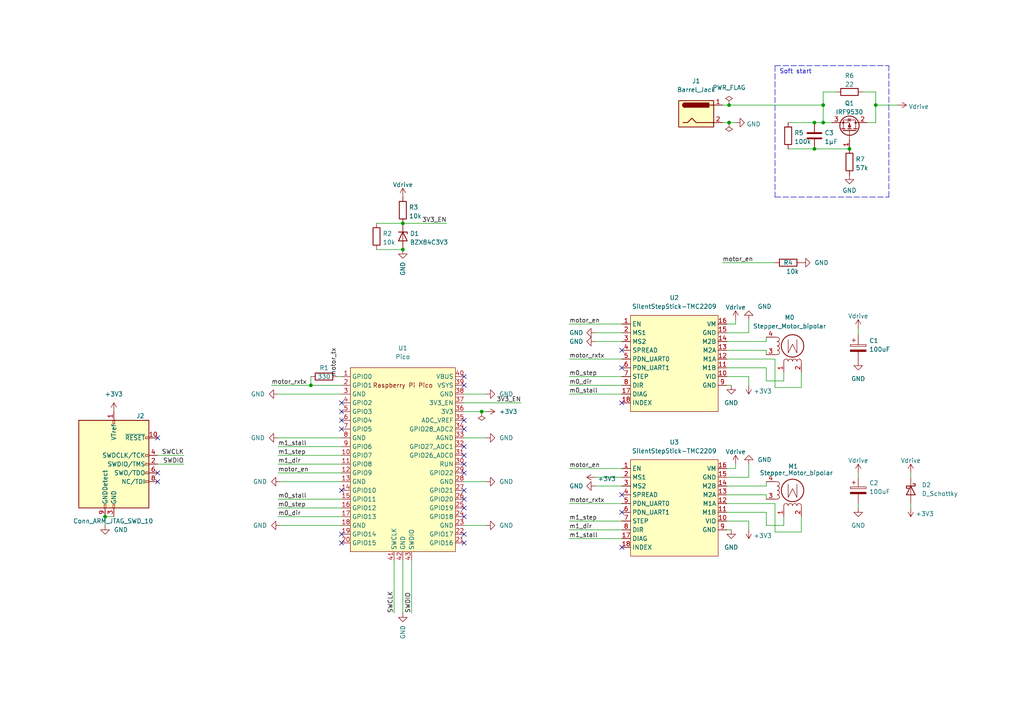
<source format=kicad_sch>
(kicad_sch (version 20211123) (generator eeschema)
  (paper "A4")
  (lib_symbols
    (symbol "Connector:Barrel_Jack" (pin_names (offset 1.016))
      (property "Reference" "J" (at 0 5.334 0))
      (property "Value" "Barrel_Jack" (at 0 -5.08 0))
      (symbol "Barrel_Jack_0_1"
        (rectangle (start -5.08 3.81) (end 5.08 -3.81) (stroke (width 0.254)) (fill (type background)))
        (arc (start -3.302 3.175) (mid -3.937 2.54) (end -3.302 1.905) (stroke (width 0.254)))
        (arc (start -3.302 3.175) (mid -3.937 2.54) (end -3.302 1.905) (stroke (width 0.254)) (fill (type outline)))
        (polyline (pts (xy 5.08 2.54) (xy 3.81 2.54)) (stroke (width 0.254)))
        (polyline (pts (xy -3.81 -2.54) (xy -2.54 -2.54) (xy -1.27 -1.27) (xy 0 -2.54) (xy 2.54 -2.54) (xy 5.08 -2.54)) (stroke (width 0.254)))
        (rectangle (start 3.683 3.175) (end -3.302 1.905) (stroke (width 0.254)) (fill (type outline)))
      )
      (symbol "Barrel_Jack_1_1"
        (pin passive line (at 7.62 2.54 180) (length 2.54) (name "~") (number "1"))
        (pin passive line (at 7.62 -2.54 180) (length 2.54) (name "~") (number "2"))
      )
    )
    (symbol "Connector:Conn_ARM_JTAG_SWD_10" (pin_names (offset 1.016))
      (property "Reference" "J" (at -2.54 16.51 0))
      (property "Value" "Conn_ARM_JTAG_SWD_10" (at -2.54 13.97 0))
      (symbol "Conn_ARM_JTAG_SWD_10_0_1"
        (rectangle (start -10.16 12.7) (end 10.16 -12.7) (stroke (width 0.254)) (fill (type background)))
        (rectangle (start -2.794 -12.7) (end -2.286 -11.684))
        (rectangle (start -0.254 -12.7) (end 0.254 -11.684))
        (rectangle (start -0.254 12.7) (end 0.254 11.684))
        (rectangle (start 9.144 2.286) (end 10.16 2.794))
        (rectangle (start 10.16 -2.794) (end 9.144 -2.286))
        (rectangle (start 10.16 -0.254) (end 9.144 0.254))
        (rectangle (start 10.16 7.874) (end 9.144 7.366))
      )
      (symbol "Conn_ARM_JTAG_SWD_10_1_1"
        (rectangle (start 9.144 -5.334) (end 10.16 -4.826))
        (pin power_in line (at 0 15.24 270) (length 2.54) (name "VTref") (number "1"))
        (pin open_collector line (at 12.7 7.62 180) (length 2.54) (name "~{RESET}") (number "10"))
        (pin bidirectional line (at 12.7 0 180) (length 2.54) (name "SWDIO/TMS") (number "2"))
        (pin power_in line (at 0 -15.24 90) (length 2.54) (name "GND") (number "3"))
        (pin output line (at 12.7 2.54 180) (length 2.54) (name "SWDCLK/TCK") (number "4"))
        (pin passive line (at 0 -15.24 90) (length 2.54) hide (name "GND") (number "5"))
        (pin input line (at 12.7 -2.54 180) (length 2.54) (name "SWO/TDO") (number "6"))
        (pin no_connect line (at -10.16 0 0) (length 2.54) hide (name "KEY") (number "7"))
        (pin output line (at 12.7 -5.08 180) (length 2.54) (name "NC/TDI") (number "8"))
        (pin passive line (at -2.54 -15.24 90) (length 2.54) (name "GNDDetect") (number "9"))
      )
    )
    (symbol "Device:C" (pin_numbers hide) (pin_names (offset 0.254))
      (property "Reference" "C" (at 0.635 2.54 0))
      (property "Value" "C" (at 0.635 -2.54 0))
      (symbol "C_0_1"
        (polyline (pts (xy -2.032 -0.762) (xy 2.032 -0.762)) (stroke (width 0.508)))
        (polyline (pts (xy -2.032 0.762) (xy 2.032 0.762)) (stroke (width 0.508)))
      )
      (symbol "C_1_1"
        (pin passive line (at 0 3.81 270) (length 2.794) (name "~") (number "1"))
        (pin passive line (at 0 -3.81 90) (length 2.794) (name "~") (number "2"))
      )
    )
    (symbol "Device:C_Polarized" (pin_numbers hide) (pin_names (offset 0.254))
      (property "Reference" "C" (at 0.635 2.54 0))
      (property "Value" "C_Polarized" (at 0.635 -2.54 0))
      (symbol "C_Polarized_0_1"
        (rectangle (start -2.286 0.508) (end 2.286 1.016))
        (polyline (pts (xy -1.778 2.286) (xy -0.762 2.286)))
        (polyline (pts (xy -1.27 2.794) (xy -1.27 1.778)))
        (rectangle (start 2.286 -0.508) (end -2.286 -1.016) (fill (type outline)))
      )
      (symbol "C_Polarized_1_1"
        (pin passive line (at 0 3.81 270) (length 2.794) (name "~") (number "1"))
        (pin passive line (at 0 -3.81 90) (length 2.794) (name "~") (number "2"))
      )
    )
    (symbol "Device:D_Schottky" (pin_numbers hide) (pin_names (offset 1.016) hide)
      (property "Reference" "D" (at 0 2.54 0))
      (property "Value" "D_Schottky" (at 0 -2.54 0))
      (symbol "D_Schottky_0_1"
        (polyline (pts (xy 1.27 0) (xy -1.27 0)))
        (polyline (pts (xy 1.27 1.27) (xy 1.27 -1.27) (xy -1.27 0) (xy 1.27 1.27)) (stroke (width 0.254)))
        (polyline (pts (xy -1.905 0.635) (xy -1.905 1.27) (xy -1.27 1.27) (xy -1.27 -1.27) (xy -0.635 -1.27) (xy -0.635 -0.635)) (stroke (width 0.254)))
      )
      (symbol "D_Schottky_1_1"
        (pin passive line (at -3.81 0 0) (length 2.54) (name "K") (number "1"))
        (pin passive line (at 3.81 0 180) (length 2.54) (name "A") (number "2"))
      )
    )
    (symbol "Device:Q_PMOS_GDS" (pin_names (offset 0) hide)
      (property "Reference" "Q" (at 5.08 1.27 0))
      (property "Value" "Q_PMOS_GDS" (at 5.08 -1.27 0))
      (symbol "Q_PMOS_GDS_0_1"
        (polyline (pts (xy 0.254 0) (xy -2.54 0)))
        (polyline (pts (xy 0.254 1.905) (xy 0.254 -1.905)) (stroke (width 0.254)))
        (polyline (pts (xy 0.762 -1.27) (xy 0.762 -2.286)) (stroke (width 0.254)))
        (polyline (pts (xy 0.762 0.508) (xy 0.762 -0.508)) (stroke (width 0.254)))
        (polyline (pts (xy 0.762 2.286) (xy 0.762 1.27)) (stroke (width 0.254)))
        (polyline (pts (xy 2.54 2.54) (xy 2.54 1.778)))
        (polyline (pts (xy 2.54 -2.54) (xy 2.54 0) (xy 0.762 0)))
        (polyline (pts (xy 0.762 1.778) (xy 3.302 1.778) (xy 3.302 -1.778) (xy 0.762 -1.778)))
        (polyline (pts (xy 2.286 0) (xy 1.27 0.381) (xy 1.27 -0.381) (xy 2.286 0)) (fill (type outline)))
        (polyline (pts (xy 2.794 -0.508) (xy 2.921 -0.381) (xy 3.683 -0.381) (xy 3.81 -0.254)))
        (polyline (pts (xy 3.302 -0.381) (xy 2.921 0.254) (xy 3.683 0.254) (xy 3.302 -0.381)))
        (circle (center 1.651 0) (radius 2.794) (stroke (width 0.254)))
        (circle (center 2.54 -1.778) (radius 0.254) (fill (type outline)))
        (circle (center 2.54 1.778) (radius 0.254) (fill (type outline)))
      )
      (symbol "Q_PMOS_GDS_1_1"
        (pin input line (at -5.08 0 0) (length 2.54) (name "G") (number "1"))
        (pin passive line (at 2.54 5.08 270) (length 2.54) (name "D") (number "2"))
        (pin passive line (at 2.54 -5.08 90) (length 2.54) (name "S") (number "3"))
      )
    )
    (symbol "Device:R" (pin_numbers hide) (pin_names (offset 0))
      (property "Reference" "R" (at 2.032 0 90))
      (property "Value" "R" (at 0 0 90))
      (symbol "R_0_1"
        (rectangle (start -1.016 -2.54) (end 1.016 2.54) (stroke (width 0.254)))
      )
      (symbol "R_1_1"
        (pin passive line (at 0 3.81 270) (length 1.27) (name "~") (number "1"))
        (pin passive line (at 0 -3.81 90) (length 1.27) (name "~") (number "2"))
      )
    )
    (symbol "Diode:BZX84Cxx" (pin_numbers hide) (pin_names hide)
      (property "Reference" "D" (at 0 3.81 0))
      (property "Value" "BZX84Cxx" (at 0 -3.81 0))
      (symbol "BZX84Cxx_0_1"
        (polyline (pts (xy 1.27 0) (xy -1.27 0)))
        (polyline (pts (xy -1.27 -1.27) (xy -1.27 1.27) (xy -0.762 1.27)) (stroke (width 0.254)))
        (polyline (pts (xy 1.27 -1.27) (xy 1.27 1.27) (xy -1.27 0) (xy 1.27 -1.27)) (stroke (width 0.254)))
      )
      (symbol "BZX84Cxx_1_1"
        (pin passive line (at 3.81 0 180) (length 2.54) (name "A") (number "1"))
        (pin no_connect line (at 1.27 0 180) (length 2.54) hide (name "NC") (number "2"))
        (pin passive line (at -3.81 0 0) (length 2.54) (name "K") (number "3"))
      )
    )
    (symbol "MCU_RaspberryPi_and_Boards:Pico"
      (property "Reference" "U" (at -13.97 27.94 0))
      (property "Value" "Pico" (at 0 19.05 0))
      (symbol "Pico_0_0"
        (text "Raspberry Pi Pico" (at 0 21.59 0) (effects (font (size 1.27 1.27))))
      )
      (symbol "Pico_0_1"
        (rectangle (start -15.24 26.67) (end 15.24 -26.67) (fill (type background)))
      )
      (symbol "Pico_1_1"
        (pin bidirectional line (at -17.78 24.13 0) (length 2.54) (name "GPIO0") (number "1"))
        (pin bidirectional line (at -17.78 1.27 0) (length 2.54) (name "GPIO7") (number "10"))
        (pin bidirectional line (at -17.78 -1.27 0) (length 2.54) (name "GPIO8") (number "11"))
        (pin bidirectional line (at -17.78 -3.81 0) (length 2.54) (name "GPIO9") (number "12"))
        (pin power_in line (at -17.78 -6.35 0) (length 2.54) (name "GND") (number "13"))
        (pin bidirectional line (at -17.78 -8.89 0) (length 2.54) (name "GPIO10") (number "14"))
        (pin bidirectional line (at -17.78 -11.43 0) (length 2.54) (name "GPIO11") (number "15"))
        (pin bidirectional line (at -17.78 -13.97 0) (length 2.54) (name "GPIO12") (number "16"))
        (pin bidirectional line (at -17.78 -16.51 0) (length 2.54) (name "GPIO13") (number "17"))
        (pin power_in line (at -17.78 -19.05 0) (length 2.54) (name "GND") (number "18"))
        (pin bidirectional line (at -17.78 -21.59 0) (length 2.54) (name "GPIO14") (number "19"))
        (pin bidirectional line (at -17.78 21.59 0) (length 2.54) (name "GPIO1") (number "2"))
        (pin bidirectional line (at -17.78 -24.13 0) (length 2.54) (name "GPIO15") (number "20"))
        (pin bidirectional line (at 17.78 -24.13 180) (length 2.54) (name "GPIO16") (number "21"))
        (pin bidirectional line (at 17.78 -21.59 180) (length 2.54) (name "GPIO17") (number "22"))
        (pin power_in line (at 17.78 -19.05 180) (length 2.54) (name "GND") (number "23"))
        (pin bidirectional line (at 17.78 -16.51 180) (length 2.54) (name "GPIO18") (number "24"))
        (pin bidirectional line (at 17.78 -13.97 180) (length 2.54) (name "GPIO19") (number "25"))
        (pin bidirectional line (at 17.78 -11.43 180) (length 2.54) (name "GPIO20") (number "26"))
        (pin bidirectional line (at 17.78 -8.89 180) (length 2.54) (name "GPIO21") (number "27"))
        (pin power_in line (at 17.78 -6.35 180) (length 2.54) (name "GND") (number "28"))
        (pin bidirectional line (at 17.78 -3.81 180) (length 2.54) (name "GPIO22") (number "29"))
        (pin power_in line (at -17.78 19.05 0) (length 2.54) (name "GND") (number "3"))
        (pin input line (at 17.78 -1.27 180) (length 2.54) (name "RUN") (number "30"))
        (pin bidirectional line (at 17.78 1.27 180) (length 2.54) (name "GPIO26_ADC0") (number "31"))
        (pin bidirectional line (at 17.78 3.81 180) (length 2.54) (name "GPIO27_ADC1") (number "32"))
        (pin power_in line (at 17.78 6.35 180) (length 2.54) (name "AGND") (number "33"))
        (pin bidirectional line (at 17.78 8.89 180) (length 2.54) (name "GPIO28_ADC2") (number "34"))
        (pin power_in line (at 17.78 11.43 180) (length 2.54) (name "ADC_VREF") (number "35"))
        (pin power_in line (at 17.78 13.97 180) (length 2.54) (name "3V3") (number "36"))
        (pin input line (at 17.78 16.51 180) (length 2.54) (name "3V3_EN") (number "37"))
        (pin power_in line (at 17.78 19.05 180) (length 2.54) (name "GND") (number "38"))
        (pin power_in line (at 17.78 21.59 180) (length 2.54) (name "VSYS") (number "39"))
        (pin bidirectional line (at -17.78 16.51 0) (length 2.54) (name "GPIO2") (number "4"))
        (pin power_in line (at 17.78 24.13 180) (length 2.54) (name "VBUS") (number "40"))
        (pin input line (at -2.54 -29.21 90) (length 2.54) (name "SWCLK") (number "41"))
        (pin power_in line (at 0 -29.21 90) (length 2.54) (name "GND") (number "42"))
        (pin bidirectional line (at 2.54 -29.21 90) (length 2.54) (name "SWDIO") (number "43"))
        (pin bidirectional line (at -17.78 13.97 0) (length 2.54) (name "GPIO3") (number "5"))
        (pin bidirectional line (at -17.78 11.43 0) (length 2.54) (name "GPIO4") (number "6"))
        (pin bidirectional line (at -17.78 8.89 0) (length 2.54) (name "GPIO5") (number "7"))
        (pin power_in line (at -17.78 6.35 0) (length 2.54) (name "GND") (number "8"))
        (pin bidirectional line (at -17.78 3.81 0) (length 2.54) (name "GPIO6") (number "9"))
      )
    )
    (symbol "Motor:Stepper_Motor_bipolar" (pin_names (offset 0) hide)
      (property "Reference" "M" (at 3.81 2.54 0))
      (property "Value" "Stepper_Motor_bipolar" (at 3.81 1.27 0))
      (symbol "Stepper_Motor_bipolar_0_0"
        (polyline (pts (xy -1.27 -1.778) (xy -1.27 2.032) (xy 0 -0.508) (xy 1.27 2.032) (xy 1.27 -1.778)))
      )
      (symbol "Stepper_Motor_bipolar_0_1"
        (arc (start -4.445 -2.54) (mid -3.81 -1.905) (end -4.445 -1.27))
        (arc (start -4.445 -1.27) (mid -3.81 -0.635) (end -4.445 0))
        (arc (start -4.445 0) (mid -3.81 0.635) (end -4.445 1.27))
        (arc (start -4.445 1.27) (mid -3.81 1.905) (end -4.445 2.54))
        (arc (start -2.54 4.445) (mid -1.905 3.81) (end -1.27 4.445))
        (arc (start -1.27 4.445) (mid -0.635 3.81) (end 0 4.445))
        (polyline (pts (xy -5.08 -2.54) (xy -4.445 -2.54)))
        (polyline (pts (xy -5.08 2.54) (xy -4.445 2.54)))
        (polyline (pts (xy -2.54 5.08) (xy -2.54 4.445)))
        (polyline (pts (xy 2.54 5.08) (xy 2.54 4.445)))
        (circle (center 0 0) (radius 3.2512) (stroke (width 0.254)))
        (arc (start 0 4.445) (mid 0.635 3.81) (end 1.27 4.445))
        (arc (start 1.27 4.445) (mid 1.905 3.81) (end 2.54 4.445))
      )
      (symbol "Stepper_Motor_bipolar_1_1"
        (pin passive line (at -2.54 7.62 270) (length 2.54) (name "~") (number "1"))
        (pin passive line (at 2.54 7.62 270) (length 2.54) (name "-") (number "2"))
        (pin passive line (at -7.62 2.54 0) (length 2.54) (name "~") (number "3"))
        (pin passive line (at -7.62 -2.54 0) (length 2.54) (name "~") (number "4"))
      )
    )
    (symbol "film-scanner-lib:SilentStepStick-TMC2209"
      (property "Reference" "U" (at 0 -6.35 0))
      (property "Value" "SilentStepStick-TMC2209" (at 0 -8.89 0))
      (symbol "SilentStepStick-TMC2209_0_1"
        (rectangle (start -12.7 25.4) (end 12.7 -2.54) (fill (type background)))
      )
      (symbol "SilentStepStick-TMC2209_1_1"
        (pin input line (at -15.24 22.86 0) (length 2.54) (name "EN") (number "1"))
        (pin power_in line (at 15.24 7.62 180) (length 2.54) (name "VIO") (number "10"))
        (pin output line (at 15.24 10.16 180) (length 2.54) (name "M1B") (number "11"))
        (pin output line (at 15.24 12.7 180) (length 2.54) (name "M1A") (number "12"))
        (pin output line (at 15.24 15.24 180) (length 2.54) (name "M2A") (number "13"))
        (pin output line (at 15.24 17.78 180) (length 2.54) (name "M2B") (number "14"))
        (pin power_in line (at 15.24 20.32 180) (length 2.54) (name "GND") (number "15"))
        (pin power_in line (at 15.24 22.86 180) (length 2.54) (name "VM") (number "16"))
        (pin output line (at -15.24 2.54 0) (length 2.54) (name "DIAG") (number "17"))
        (pin output line (at -15.24 0 0) (length 2.54) (name "INDEX") (number "18"))
        (pin input line (at -15.24 20.32 0) (length 2.54) (name "MS1") (number "2"))
        (pin input line (at -15.24 17.78 0) (length 2.54) (name "MS2") (number "3"))
        (pin input line (at -15.24 15.24 0) (length 2.54) (name "SPREAD") (number "4"))
        (pin bidirectional line (at -15.24 12.7 0) (length 2.54) (name "PDN_UART0") (number "5"))
        (pin input line (at -15.24 10.16 0) (length 2.54) (name "PDN_UART1") (number "6"))
        (pin input line (at -15.24 7.62 0) (length 2.54) (name "STEP") (number "7"))
        (pin input line (at -15.24 5.08 0) (length 2.54) (name "DIR") (number "8"))
        (pin power_in line (at 15.24 5.08 180) (length 2.54) (name "GND") (number "9"))
      )
    )
    (symbol "power:+3V3" (power) (pin_names (offset 0))
      (property "Value" "+3V3" (at 0 3.556 0))
      (symbol "+3V3_0_1"
        (polyline (pts (xy -0.762 1.27) (xy 0 2.54)))
        (polyline (pts (xy 0 0) (xy 0 2.54)))
        (polyline (pts (xy 0 2.54) (xy 0.762 1.27)))
      )
      (symbol "+3V3_1_1"
        (pin power_in line (at 0 0 90) (length 0) hide (name "+3V3") (number "1"))
      )
    )
    (symbol "power:GND" (power) (pin_names (offset 0))
      (property "Value" "GND" (at 0 -3.81 0))
      (symbol "GND_0_1"
        (polyline (pts (xy 0 0) (xy 0 -1.27) (xy 1.27 -1.27) (xy 0 -2.54) (xy -1.27 -1.27) (xy 0 -1.27)))
      )
      (symbol "GND_1_1"
        (pin power_in line (at 0 0 270) (length 0) hide (name "GND") (number "1"))
      )
    )
    (symbol "power:PWR_FLAG" (power) (pin_numbers hide) (pin_names (offset 0) hide)
      (property "Value" "PWR_FLAG" (at 0 3.81 0))
      (symbol "PWR_FLAG_0_0"
        (pin power_out line (at 0 0 90) (length 0) (name "pwr") (number "1"))
      )
      (symbol "PWR_FLAG_0_1"
        (polyline (pts (xy 0 0) (xy 0 1.27) (xy -1.016 1.905) (xy 0 2.54) (xy 1.016 1.905) (xy 0 1.27)))
      )
    )
    (symbol "power:Vdrive" (power) (pin_names (offset 0))
      (property "Value" "Vdrive" (at 0 3.81 0))
      (symbol "Vdrive_0_1"
        (polyline (pts (xy -0.762 1.27) (xy 0 2.54)))
        (polyline (pts (xy 0 0) (xy 0 2.54)))
        (polyline (pts (xy 0 2.54) (xy 0.762 1.27)))
      )
      (symbol "Vdrive_1_1"
        (pin power_in line (at 0 0 90) (length 0) hide (name "Vdrive") (number "1"))
      )
    )
  )
  (junction (at 236.22 35.56))
  (junction (at 139.7 119.38))
  (junction (at 30.48 149.86))
  (junction (at 116.84 64.77))
  (junction (at 238.76 30.48))
  (junction (at 236.22 43.18))
  (junction (at 116.84 72.39))
  (junction (at 254 30.48))
  (junction (at 211.455 30.48))
  (junction (at 246.38 43.18))
  (junction (at 90.17 111.76))
  (junction (at 211.455 35.56))
  (junction (at 238.76 35.56))
  (no_connect (at 134.62 144.78))
  (no_connect (at 134.62 147.32))
  (no_connect (at 134.62 149.86))
  (no_connect (at 134.62 137.16))
  (no_connect (at 134.62 142.24))
  (no_connect (at 134.62 121.92))
  (no_connect (at 99.06 157.48))
  (no_connect (at 134.62 154.94))
  (no_connect (at 134.62 109.22))
  (no_connect (at 134.62 111.76))
  (no_connect (at 134.62 157.48))
  (no_connect (at 99.06 154.94))
  (no_connect (at 99.06 124.46))
  (no_connect (at 99.06 116.84))
  (no_connect (at 99.06 119.38))
  (no_connect (at 99.06 121.92))
  (no_connect (at 134.62 129.54))
  (no_connect (at 134.62 132.08))
  (no_connect (at 134.62 134.62))
  (no_connect (at 134.62 124.46))
  (no_connect (at 99.06 142.24))
  (no_connect (at 180.34 143.51))
  (no_connect (at 180.34 148.59))
  (no_connect (at 180.34 158.75))
  (no_connect (at 180.34 106.68))
  (no_connect (at 180.34 101.6))
  (no_connect (at 180.34 116.84))
  (no_connect (at 45.72 127))
  (no_connect (at 45.72 139.7))
  (no_connect (at 45.72 137.16))
  (wire (pts (xy 80.645 149.86) (xy 99.06 149.86)))
  (wire (pts (xy 80.645 137.16) (xy 99.06 137.16)))
  (wire (pts (xy 210.82 104.14) (xy 224.79 104.14)))
  (wire (pts (xy 227.33 110.49) (xy 227.33 107.95)))
  (wire (pts (xy 90.17 109.22) (xy 90.17 111.76)))
  (wire (pts (xy 222.25 102.87) (xy 222.25 101.6)))
  (wire (pts (xy 165.1 114.3) (xy 180.34 114.3)))
  (wire (pts (xy 232.41 154.305) (xy 232.41 149.86)))
  (wire (pts (xy 236.22 35.56) (xy 238.76 35.56)))
  (wire (pts (xy 238.76 26.67) (xy 242.57 26.67)))
  (wire (pts (xy 222.25 110.49) (xy 227.33 110.49)))
  (wire (pts (xy 97.79 109.22) (xy 99.06 109.22)))
  (wire (pts (xy 99.06 114.3) (xy 80.645 114.3)))
  (wire (pts (xy 134.62 152.4) (xy 140.97 152.4)))
  (wire (pts (xy 227.33 152.4) (xy 227.33 149.86)))
  (wire (pts (xy 224.79 146.05) (xy 224.79 154.305)))
  (polyline (pts (xy 257.81 57.15) (xy 257.81 19.05)))
  (wire (pts (xy 109.22 72.39) (xy 116.84 72.39)))
  (wire (pts (xy 238.76 35.56) (xy 238.76 30.48)))
  (wire (pts (xy 241.3 35.56) (xy 238.76 35.56)))
  (wire (pts (xy 134.62 127) (xy 140.97 127)))
  (wire (pts (xy 99.06 127) (xy 80.645 127)))
  (wire (pts (xy 80.645 129.54) (xy 99.06 129.54)))
  (wire (pts (xy 248.92 95.25) (xy 248.92 97.155)))
  (wire (pts (xy 114.3 162.56) (xy 114.3 177.8)))
  (wire (pts (xy 165.1 156.21) (xy 180.34 156.21)))
  (wire (pts (xy 172.72 96.52) (xy 180.34 96.52)))
  (wire (pts (xy 211.455 30.48) (xy 238.76 30.48)))
  (wire (pts (xy 210.82 153.67) (xy 212.09 153.67)))
  (wire (pts (xy 116.84 64.77) (xy 129.54 64.77)))
  (wire (pts (xy 78.74 111.76) (xy 90.17 111.76)))
  (wire (pts (xy 80.645 134.62) (xy 99.06 134.62)))
  (wire (pts (xy 165.1 111.76) (xy 180.34 111.76)))
  (wire (pts (xy 222.25 144.78) (xy 222.25 143.51)))
  (wire (pts (xy 172.72 140.97) (xy 180.34 140.97)))
  (wire (pts (xy 210.82 111.76) (xy 212.09 111.76)))
  (wire (pts (xy 248.92 137.16) (xy 248.92 138.43)))
  (wire (pts (xy 232.41 112.395) (xy 232.41 107.95)))
  (wire (pts (xy 222.25 152.4) (xy 227.33 152.4)))
  (wire (pts (xy 217.17 109.22) (xy 217.17 111.76)))
  (wire (pts (xy 213.36 92.71) (xy 213.36 93.98)))
  (wire (pts (xy 248.92 146.05) (xy 248.92 147.32)))
  (wire (pts (xy 254 35.56) (xy 254 30.48)))
  (wire (pts (xy 30.48 149.86) (xy 33.02 149.86)))
  (wire (pts (xy 213.36 135.89) (xy 210.82 135.89)))
  (wire (pts (xy 264.16 146.05) (xy 264.16 147.32)))
  (wire (pts (xy 99.06 139.7) (xy 81.28 139.7)))
  (wire (pts (xy 251.46 35.56) (xy 254 35.56)))
  (wire (pts (xy 172.72 138.43) (xy 180.34 138.43)))
  (wire (pts (xy 165.1 109.22) (xy 180.34 109.22)))
  (wire (pts (xy 228.6 43.18) (xy 236.22 43.18)))
  (wire (pts (xy 140.97 119.38) (xy 139.7 119.38)))
  (wire (pts (xy 222.25 101.6) (xy 210.82 101.6)))
  (wire (pts (xy 254 26.67) (xy 250.19 26.67)))
  (wire (pts (xy 209.55 30.48) (xy 211.455 30.48)))
  (wire (pts (xy 238.76 30.48) (xy 238.76 26.67)))
  (wire (pts (xy 165.1 135.89) (xy 180.34 135.89)))
  (wire (pts (xy 254 30.48) (xy 260.35 30.48)))
  (wire (pts (xy 217.17 138.43) (xy 210.82 138.43)))
  (wire (pts (xy 228.6 35.56) (xy 236.22 35.56)))
  (wire (pts (xy 119.38 162.56) (xy 119.38 177.8)))
  (wire (pts (xy 165.1 146.05) (xy 180.34 146.05)))
  (wire (pts (xy 222.25 143.51) (xy 210.82 143.51)))
  (wire (pts (xy 116.84 177.8) (xy 116.84 162.56)))
  (wire (pts (xy 90.17 111.76) (xy 99.06 111.76)))
  (wire (pts (xy 217.17 151.13) (xy 217.17 153.67)))
  (wire (pts (xy 165.1 151.13) (xy 180.34 151.13)))
  (wire (pts (xy 134.62 116.84) (xy 151.13 116.84)))
  (wire (pts (xy 210.82 148.59) (xy 222.25 148.59)))
  (wire (pts (xy 210.82 109.22) (xy 217.17 109.22)))
  (wire (pts (xy 222.25 106.68) (xy 222.25 110.49)))
  (polyline (pts (xy 224.79 19.05) (xy 257.81 19.05)))
  (wire (pts (xy 254 30.48) (xy 254 26.67)))
  (wire (pts (xy 210.82 106.68) (xy 222.25 106.68)))
  (wire (pts (xy 209.55 76.2) (xy 224.79 76.2)))
  (wire (pts (xy 264.16 137.16) (xy 264.16 138.43)))
  (wire (pts (xy 217.17 134.62) (xy 217.17 138.43)))
  (wire (pts (xy 213.36 93.98) (xy 210.82 93.98)))
  (polyline (pts (xy 224.79 19.05) (xy 224.79 57.15)))
  (wire (pts (xy 165.1 93.98) (xy 180.34 93.98)))
  (wire (pts (xy 210.82 140.97) (xy 222.25 140.97)))
  (wire (pts (xy 236.22 43.18) (xy 246.38 43.18)))
  (wire (pts (xy 211.455 35.56) (xy 213.36 35.56)))
  (wire (pts (xy 217.17 96.52) (xy 210.82 96.52)))
  (wire (pts (xy 217.17 92.71) (xy 217.17 96.52)))
  (wire (pts (xy 222.25 99.06) (xy 222.25 97.79)))
  (wire (pts (xy 210.82 146.05) (xy 224.79 146.05)))
  (wire (pts (xy 80.645 132.08) (xy 99.06 132.08)))
  (wire (pts (xy 172.72 99.06) (xy 180.34 99.06)))
  (wire (pts (xy 224.79 154.305) (xy 232.41 154.305)))
  (wire (pts (xy 139.7 119.38) (xy 134.62 119.38)))
  (wire (pts (xy 99.06 152.4) (xy 81.28 152.4)))
  (wire (pts (xy 165.1 104.14) (xy 180.34 104.14)))
  (wire (pts (xy 210.82 99.06) (xy 222.25 99.06)))
  (wire (pts (xy 134.62 139.7) (xy 140.97 139.7)))
  (wire (pts (xy 134.62 114.3) (xy 140.97 114.3)))
  (wire (pts (xy 165.1 153.67) (xy 180.34 153.67)))
  (wire (pts (xy 109.22 64.77) (xy 116.84 64.77)))
  (wire (pts (xy 213.36 134.62) (xy 213.36 135.89)))
  (wire (pts (xy 222.25 148.59) (xy 222.25 152.4)))
  (wire (pts (xy 45.72 132.08) (xy 53.34 132.08)))
  (wire (pts (xy 45.72 134.62) (xy 53.34 134.62)))
  (wire (pts (xy 80.645 144.78) (xy 99.06 144.78)))
  (wire (pts (xy 224.79 104.14) (xy 224.79 112.395)))
  (wire (pts (xy 224.79 112.395) (xy 232.41 112.395)))
  (wire (pts (xy 209.55 35.56) (xy 211.455 35.56)))
  (wire (pts (xy 222.25 140.97) (xy 222.25 139.7)))
  (wire (pts (xy 210.82 151.13) (xy 217.17 151.13)))
  (wire (pts (xy 80.645 147.32) (xy 99.06 147.32)))
  (polyline (pts (xy 224.79 57.15) (xy 257.81 57.15)))
  (wire (pts (xy 30.48 152.4) (xy 30.48 149.86)))
  (text "Soft start" (at 226.06 21.59 0) (effects (font (size 1.27 1.27)) (justify left bottom)))
  (label "SWCLK" (at 114.3 177.8 90))
  (label "m0_step" (at 80.645 147.32 0))
  (label "m1_step" (at 165.1 151.13 0))
  (label "m1_stall" (at 165.1 156.21 0))
  (label "m0_dir" (at 80.645 149.86 0))
  (label "motor_en" (at 165.1 93.98 0))
  (label "m1_stall" (at 80.645 129.54 0))
  (label "m1_step" (at 80.645 132.08 0))
  (label "3V3_EN" (at 129.54 64.77 180))
  (label "m0_stall" (at 80.645 144.78 0))
  (label "motor_en" (at 80.645 137.16 0))
  (label "SWDIO" (at 53.34 134.62 180))
  (label "m1_dir" (at 80.645 134.62 0))
  (label "m0_step" (at 165.1 109.22 0))
  (label "motor_rxtx" (at 165.1 104.14 0))
  (label "m0_dir" (at 165.1 111.76 0))
  (label "motor_en" (at 165.1 135.89 0))
  (label "motor_rxtx" (at 78.74 111.76 0))
  (label "motor_rxtx" (at 165.1 146.05 0))
  (label "SWCLK" (at 53.34 132.08 180))
  (label "3V3_EN" (at 151.13 116.84 180))
  (label "m0_stall" (at 165.1 114.3 0))
  (label "m1_dir" (at 165.1 153.67 0))
  (label "SWDIO" (at 119.38 177.8 90))
  (label "motor_en" (at 209.55 76.2 0))
  (label "motor_tx" (at 97.79 109.22 90))
  (symbol (lib_id "Device:R") (at 228.6 39.37 0) (unit 1)
    (property "Reference" "R5" (at 230.378 38.5353 0) (effects (justify left)))
    (property "Value" "100k" (at 230.378 41.0722 0) (effects (justify left)))
    (property "Footprint" "Resistor_SMD:R_0805_2012Metric_Pad1.20x1.40mm_HandSolder" (effects hide))
  )
  (symbol (lib_id "power:GND") (at 81.28 139.7 270) (unit 1)
    (property "Reference" "#PWR0124" (effects hide))
    (property "Value" "GND" (at 77.47 139.7001 90) (effects (justify right)))
  )
  (symbol (lib_id "power:+3V3") (at 264.16 147.32 180) (unit 1)
    (property "Reference" "#PWR012" (effects hide))
    (property "Value" "+3V3" (at 265.557 149.0238 0) (effects (justify right)))
  )
  (symbol (lib_id "film-scanner-lib:SilentStepStick-TMC2209") (at 195.58 158.75 0) (unit 1)
    (property "Reference" "U3" (at 195.58 128.27 0))
    (property "Value" "SilentStepStick-TMC2209" (at 195.58 130.81 0))
    (property "Footprint" "film-scanner-fp:SilentStepStick_Breakout-18_15.2x20.3mm" (effects hide))
  )
  (symbol (lib_id "power:+3V3") (at 33.02 119.38 0) (unit 1)
    (property "Reference" "#PWR0138" (effects hide))
    (property "Value" "+3V3" (at 33.02 114.3 0))
  )
  (symbol (lib_id "power:GND") (at 217.17 92.71 180) (unit 1)
    (property "Reference" "#PWR0119" (effects hide))
    (property "Value" "GND" (at 219.71 88.9 0) (effects (justify right)))
  )
  (symbol (lib_id "power:GND") (at 116.84 72.39 0) (unit 1)
    (property "Reference" "#PWR02" (effects hide))
    (property "Value" "GND" (at 116.84 80.01 90) (effects (justify left)))
  )
  (symbol (lib_id "Motor:Stepper_Motor_bipolar") (at 229.87 142.24 0) (mirror x) (unit 1)
    (property "Reference" "M1" (at 228.6 135.255 0) (effects (justify left)))
    (property "Value" "Stepper_Motor_bipolar" (at 220.345 137.16 0) (effects (justify left)))
    (property "Footprint" "TerminalBlock_Phoenix:TerminalBlock_Phoenix_PT-1,5-4-3.5-H_1x04_P3.50mm_Horizontal" (effects hide))
    (property "Datasheet" "http://www.infineon.com/dgdl/Application-Note-TLE8110EE_driving_UniPolarStepperMotor_V1.1.pdf?fileId=db3a30431be39b97011be5d0aa0a00b0" (effects hide))
  )
  (symbol (lib_id "power:Vdrive") (at 213.36 134.62 0) (unit 1)
    (property "Reference" "#PWR04" (effects hide))
    (property "Value" "Vdrive" (at 213.36 131.0442 0))
  )
  (symbol (lib_id "power:GND") (at 212.09 111.76 0) (unit 1)
    (property "Reference" "#PWR0110" (effects hide))
    (property "Value" "GND" (at 212.09 116.84 0))
  )
  (symbol (lib_id "power:PWR_FLAG") (at 211.455 30.48 0) (unit 1)
    (property "Reference" "#FLG0101" (effects hide))
    (property "Value" "PWR_FLAG" (at 211.455 25.4 0))
  )
  (symbol (lib_id "power:GND") (at 213.36 35.56 90) (unit 1)
    (property "Reference" "#PWR0122" (effects hide))
    (property "Value" "GND" (at 216.535 35.9938 90) (effects (justify right)))
  )
  (symbol (lib_id "MCU_RaspberryPi_and_Boards:Pico") (at 116.84 133.35 0) (unit 1)
    (property "Reference" "U1" (at 116.84 100.965 0))
    (property "Value" "Pico" (at 116.84 103.505 0))
    (property "Footprint" "MCU_RaspberryPi_and_Boards:RPi_Pico_SMD_TH" (effects hide))
  )
  (symbol (lib_id "power:GND") (at 80.645 127 270) (unit 1)
    (property "Reference" "#PWR0125" (effects hide))
    (property "Value" "GND" (at 76.835 127.0001 90) (effects (justify right)))
  )
  (symbol (lib_id "power:GND") (at 172.72 96.52 270) (unit 1)
    (property "Reference" "#PWR0111" (effects hide))
    (property "Value" "GND" (at 165.1 96.52 90) (effects (justify left)))
  )
  (symbol (lib_id "power:GND") (at 30.48 152.4 0) (unit 1)
    (property "Reference" "#PWR0137" (effects hide))
    (property "Value" "GND" (at 33.02 153.6699 0) (effects (justify left)))
  )
  (symbol (lib_id "power:+3V3") (at 172.72 138.43 90) (unit 1)
    (property "Reference" "#PWR0102" (effects hide))
    (property "Value" "+3V3" (at 173.355 138.8638 90) (effects (justify right)))
  )
  (symbol (lib_id "film-scanner-lib:SilentStepStick-TMC2209") (at 195.58 116.84 0) (unit 1)
    (property "Reference" "U2" (at 195.58 86.36 0))
    (property "Value" "SilentStepStick-TMC2209" (at 195.58 88.9 0))
    (property "Footprint" "film-scanner-fp:SilentStepStick_Breakout-18_15.2x20.3mm" (effects hide))
  )
  (symbol (lib_id "power:GND") (at 80.645 114.3 270) (unit 1)
    (property "Reference" "#PWR0126" (effects hide))
    (property "Value" "GND" (at 76.835 114.3001 90) (effects (justify right)))
  )
  (symbol (lib_id "power:+3V3") (at 217.17 111.76 180) (unit 1)
    (property "Reference" "#PWR06" (effects hide))
    (property "Value" "+3V3" (at 218.567 113.4638 0) (effects (justify right)))
  )
  (symbol (lib_id "power:Vdrive") (at 248.92 137.16 0) (unit 1)
    (property "Reference" "#PWR09" (effects hide))
    (property "Value" "Vdrive" (at 248.92 133.5842 0))
  )
  (symbol (lib_id "power:GND") (at 140.97 114.3 90) (unit 1)
    (property "Reference" "#PWR0130" (effects hide))
    (property "Value" "GND" (at 144.78 114.2999 90) (effects (justify right)))
  )
  (symbol (lib_id "power:Vdrive") (at 213.36 92.71 0) (unit 1)
    (property "Reference" "#PWR03" (effects hide))
    (property "Value" "Vdrive" (at 213.36 89.1342 0))
  )
  (symbol (lib_id "power:Vdrive") (at 260.35 30.48 270) (unit 1)
    (property "Reference" "#PWR05" (effects hide))
    (property "Value" "Vdrive" (at 263.525 30.9138 90) (effects (justify left)))
  )
  (symbol (lib_id "power:Vdrive") (at 264.16 137.16 0) (unit 1)
    (property "Reference" "#PWR011" (effects hide))
    (property "Value" "Vdrive" (at 264.16 133.5842 0))
  )
  (symbol (lib_id "power:GND") (at 116.84 177.8 0) (unit 1)
    (property "Reference" "#PWR0136" (effects hide))
    (property "Value" "GND" (at 116.84 185.42 90) (effects (justify left)))
  )
  (symbol (lib_id "power:GND") (at 248.92 104.775 0) (unit 1)
    (property "Reference" "#PWR0117" (effects hide))
    (property "Value" "GND" (at 248.92 109.855 0))
  )
  (symbol (lib_id "Device:Q_PMOS_GDS") (at 246.38 38.1 270) (mirror x) (unit 1)
    (property "Reference" "Q1" (at 246.38 29.9552 90))
    (property "Value" "IRF9530" (at 246.38 32.4921 90))
    (property "Footprint" "Package_TO_SOT_THT:TO-220-3_Vertical" (effects hide))
  )
  (symbol (lib_id "power:GND") (at 140.97 139.7 90) (unit 1)
    (property "Reference" "#PWR0131" (effects hide))
    (property "Value" "GND" (at 144.78 139.6999 90) (effects (justify right)))
  )
  (symbol (lib_id "power:GND") (at 212.09 153.67 0) (unit 1)
    (property "Reference" "#PWR0104" (effects hide))
    (property "Value" "GND" (at 212.09 158.75 0))
  )
  (symbol (lib_id "Device:R") (at 109.22 68.58 0) (unit 1)
    (property "Reference" "R2" (at 110.998 67.7453 0) (effects (justify left)))
    (property "Value" "10k" (at 110.998 70.2822 0) (effects (justify left)))
    (property "Footprint" "Resistor_SMD:R_0805_2012Metric_Pad1.20x1.40mm_HandSolder" (effects hide))
  )
  (symbol (lib_id "Motor:Stepper_Motor_bipolar") (at 229.87 100.33 0) (mirror x) (unit 1)
    (property "Reference" "M0" (at 229.0191 92.075 0))
    (property "Value" "Stepper_Motor_bipolar" (at 229.0191 94.615 0))
    (property "Footprint" "TerminalBlock_Phoenix:TerminalBlock_Phoenix_PT-1,5-4-3.5-H_1x04_P3.50mm_Horizontal" (effects hide))
    (property "Datasheet" "http://www.infineon.com/dgdl/Application-Note-TLE8110EE_driving_UniPolarStepperMotor_V1.1.pdf?fileId=db3a30431be39b97011be5d0aa0a00b0" (effects hide))
  )
  (symbol (lib_id "Device:C") (at 236.22 39.37 0) (unit 1)
    (property "Reference" "C3" (at 239.141 38.5353 0) (effects (justify left)))
    (property "Value" "1µF" (at 239.141 41.0722 0) (effects (justify left)))
    (property "Footprint" "Capacitor_SMD:C_0805_2012Metric_Pad1.18x1.45mm_HandSolder" (effects hide))
  )
  (symbol (lib_id "Device:R") (at 228.6 76.2 90) (unit 1)
    (property "Reference" "R4" (at 228.6 76.2 90))
    (property "Value" "10k" (at 229.87 78.74 90))
    (property "Footprint" "Resistor_SMD:R_0805_2012Metric_Pad1.20x1.40mm_HandSolder" (effects hide))
  )
  (symbol (lib_id "power:GND") (at 140.97 152.4 90) (unit 1)
    (property "Reference" "#PWR0128" (effects hide))
    (property "Value" "GND" (at 144.78 152.3999 90) (effects (justify right)))
  )
  (symbol (lib_id "power:GND") (at 140.97 127 90) (unit 1)
    (property "Reference" "#PWR0129" (effects hide))
    (property "Value" "GND" (at 144.78 126.9999 90) (effects (justify right)))
  )
  (symbol (lib_id "power:GND") (at 81.28 152.4 270) (unit 1)
    (property "Reference" "#PWR0123" (effects hide))
    (property "Value" "GND" (at 77.47 152.4001 90) (effects (justify right)))
  )
  (symbol (lib_id "power:GND") (at 217.17 134.62 180) (unit 1)
    (property "Reference" "#PWR0101" (effects hide))
    (property "Value" "GND" (at 219.71 133.3499 0) (effects (justify right)))
  )
  (symbol (lib_id "power:+3V3") (at 217.17 153.67 180) (unit 1)
    (property "Reference" "#PWR07" (effects hide))
    (property "Value" "+3V3" (at 218.567 155.3738 0) (effects (justify right)))
  )
  (symbol (lib_id "power:GND") (at 246.38 50.8 0) (unit 1)
    (property "Reference" "#PWR010" (effects hide))
    (property "Value" "GND" (at 246.38 55.2434 0))
  )
  (symbol (lib_id "power:GND") (at 232.41 76.2 90) (unit 1)
    (property "Reference" "#PWR0135" (effects hide))
    (property "Value" "GND" (at 236.22 76.1999 90) (effects (justify right)))
  )
  (symbol (lib_id "power:GND") (at 172.72 99.06 270) (unit 1)
    (property "Reference" "#PWR0112" (effects hide))
    (property "Value" "GND" (at 165.1 99.06 90) (effects (justify left)))
  )
  (symbol (lib_id "power:PWR_FLAG") (at 139.7 119.38 180) (unit 1)
    (property "Reference" "#FLG0103" (effects hide))
    (property "Value" "PWR_FLAG" (effects hide))
  )
  (symbol (lib_id "power:+3V3") (at 140.97 119.38 270) (unit 1)
    (property "Reference" "#PWR0139" (effects hide))
    (property "Value" "+3V3" (at 144.78 119.3799 90) (effects (justify left)))
  )
  (symbol (lib_id "power:PWR_FLAG") (at 211.455 35.56 180) (unit 1)
    (property "Reference" "#FLG0102" (effects hide))
    (property "Value" "PWR_FLAG" (effects hide))
  )
  (symbol (lib_id "Device:D_Schottky") (at 264.16 142.24 270) (unit 1)
    (property "Reference" "D2" (at 267.335 140.6524 90) (effects (justify left)))
    (property "Value" "D_Schottky" (at 267.335 143.1924 90) (effects (justify left)))
    (property "Footprint" "Diode_SMD:D_SMA-SMB_Universal_Handsoldering" (effects hide))
  )
  (symbol (lib_id "Device:R") (at 246.38 46.99 0) (unit 1)
    (property "Reference" "R7" (at 248.158 46.1553 0) (effects (justify left)))
    (property "Value" "57k" (at 248.158 48.6922 0) (effects (justify left)))
    (property "Footprint" "Resistor_SMD:R_0805_2012Metric_Pad1.20x1.40mm_HandSolder" (effects hide))
  )
  (symbol (lib_id "Device:C_Polarized") (at 248.92 100.965 0) (unit 1)
    (property "Reference" "C1" (at 252.095 98.8059 0) (effects (justify left)))
    (property "Value" "100uF" (at 252.095 101.3459 0) (effects (justify left)))
    (property "Footprint" "Capacitor_THT:CP_Axial_L10.0mm_D6.0mm_P15.00mm_Horizontal" (effects hide))
  )
  (symbol (lib_id "Connector:Barrel_Jack") (at 201.93 33.02 0) (unit 1)
    (property "Reference" "J1" (at 201.93 23.495 0))
    (property "Value" "Barrel_Jack" (at 201.93 26.035 0))
    (property "Footprint" "Connector_BarrelJack:BarrelJack_Horizontal" (effects hide))
  )
  (symbol (lib_id "power:GND") (at 172.72 140.97 270) (unit 1)
    (property "Reference" "#PWR0108" (effects hide))
    (property "Value" "GND" (at 165.1 140.97 90) (effects (justify left)))
  )
  (symbol (lib_id "power:Vdrive") (at 248.92 95.25 0) (unit 1)
    (property "Reference" "#PWR08" (effects hide))
    (property "Value" "Vdrive" (at 248.92 91.6742 0))
  )
  (symbol (lib_id "Connector:Conn_ARM_JTAG_SWD_10") (at 33.02 134.62 0) (unit 1)
    (property "Reference" "J2" (at 41.91 120.65 0) (effects (justify right)))
    (property "Value" "Conn_ARM_JTAG_SWD_10" (at 44.45 151.13 0) (effects (justify right)))
    (property "Footprint" "Connector:Tag-Connect_TC2050-IDC-FP_2x05_P1.27mm_Vertical" (effects hide))
    (property "Datasheet" "http://infocenter.arm.com/help/topic/com.arm.doc.ddi0314h/DDI0314H_coresight_components_trm.pdf" (effects hide))
  )
  (symbol (lib_id "Device:R") (at 116.84 60.96 0) (unit 1)
    (property "Reference" "R3" (at 118.618 60.1253 0) (effects (justify left)))
    (property "Value" "10k" (at 118.618 62.6622 0) (effects (justify left)))
    (property "Footprint" "Resistor_SMD:R_0805_2012Metric_Pad1.20x1.40mm_HandSolder" (effects hide))
  )
  (symbol (lib_id "Device:C_Polarized") (at 248.92 142.24 0) (unit 1)
    (property "Reference" "C2" (at 252.095 140.0809 0) (effects (justify left)))
    (property "Value" "100uF" (at 252.095 142.6209 0) (effects (justify left)))
    (property "Footprint" "Capacitor_THT:CP_Axial_L10.0mm_D6.0mm_P15.00mm_Horizontal" (effects hide))
  )
  (symbol (lib_id "Diode:BZX84Cxx") (at 116.84 68.58 270) (unit 1)
    (property "Reference" "D1" (at 118.872 67.7453 90) (effects (justify left)))
    (property "Value" "BZX84C3V3" (at 118.872 70.2822 90) (effects (justify left)))
    (property "Footprint" "Package_TO_SOT_SMD:SOT-23" (effects hide))
    (property "Datasheet" "https://diotec.com/tl_files/diotec/files/pdf/datasheets/bzx84c2v4.pdf" (effects hide))
  )
  (symbol (lib_id "power:Vdrive") (at 116.84 57.15 0) (unit 1)
    (property "Reference" "#PWR01" (effects hide))
    (property "Value" "Vdrive" (at 116.84 53.5742 0))
  )
  (symbol (lib_id "Device:R") (at 93.98 109.22 90) (unit 1)
    (property "Reference" "R1" (at 93.98 106.68 90))
    (property "Value" "330" (at 93.98 109.22 90))
    (property "Footprint" "Resistor_SMD:R_0805_2012Metric_Pad1.20x1.40mm_HandSolder" (effects hide))
  )
  (symbol (lib_id "Device:R") (at 246.38 26.67 90) (unit 1)
    (property "Reference" "R6" (at 246.38 21.9542 90))
    (property "Value" "22" (at 246.38 24.4911 90))
    (property "Footprint" "Resistor_SMD:R_0805_2012Metric_Pad1.20x1.40mm_HandSolder" (effects hide))
  )
  (symbol (lib_id "power:GND") (at 248.92 147.32 0) (unit 1)
    (property "Reference" "#PWR0106" (effects hide))
    (property "Value" "GND" (at 248.92 152.4 0))
  )
)
</source>
